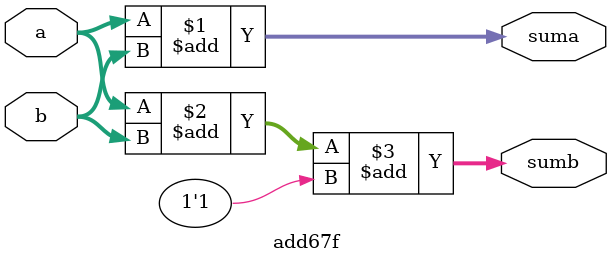
<source format=v>
module mpadder4 (
  input wire clk,
  input wire [1026:0] in_a,
  input wire [1026:0] in_b,
  output wire [1027:0] result
);

    wire [1027:0] Sum;
    wire [1026:0] MuxB;
    assign MuxB = in_b;
    
    
    wire [1027:0] sumA;
    wire [1027:64] sumB;
    
    wire [14:0] carryA;
    wire [14:1] carryB;
    
    wire carry1;
    wire carry2;
    wire carry3;
    wire carry4;
    wire carry5;
    wire carry6;
    wire carry7;
    wire carry8;
    wire carry9;
    wire carry10;
    wire carry11;
    wire carry12;
    wire carry13;
    wire carry14;
    wire carry15;
    
  assign {carryA[0],sumA[63:0]} = in_a[63:0] + MuxB[63:0];   
  //assign {carryB[0],sumB[63:0]} = 65'b0;
  add64f A2(in_a[127:64], MuxB[127:64],sumA[127:64], carryA[1], sumB[127:64], carryB[1]);
  add64f A3(in_a[191:128], MuxB[191:128],sumA[191:128], carryA[2], sumB[191:128], carryB[2]);
  add64f A4(in_a[255:192], MuxB[255:192],sumA[255:192], carryA[3], sumB[255:192], carryB[3]);
  add64f A5(in_a[319:256], MuxB[319:256],sumA[319:256], carryA[4], sumB[319:256], carryB[4]);
  add64f A6(in_a[383:320], MuxB[383:320],sumA[383:320], carryA[5], sumB[383:320], carryB[5]);
  add64f A7(in_a[447:384], MuxB[447:384],sumA[447:384], carryA[6], sumB[447:384], carryB[6]);
  add64f A8(in_a[511:448], MuxB[511:448],sumA[511:448], carryA[7], sumB[511:448], carryB[7]);
  add64f A9(in_a[575:512], MuxB[575:512],sumA[575:512], carryA[8], sumB[575:512], carryB[8]);
  add64f A10(in_a[639:576], MuxB[639:576],sumA[639:576], carryA[9], sumB[639:576], carryB[9]);
  add64f A11(in_a[703:640], MuxB[703:640],sumA[703:640], carryA[10], sumB[703:640], carryB[10]);
  add64f A12(in_a[767:704], MuxB[767:704],sumA[767:704], carryA[11], sumB[767:704], carryB[11]);
  add64f A13(in_a[831:768], MuxB[831:768],sumA[831:768], carryA[12], sumB[831:768], carryB[12]);
  add64f A14(in_a[895:832], MuxB[895:832],sumA[895:832], carryA[13], sumB[895:832], carryB[13]);
  add64f A15(in_a[959:896], MuxB[959:896],sumA[959:896], carryA[14], sumB[959:896], carryB[14]);
  add67f A16(in_a[1026:960], MuxB[1026:960],sumA[1027:960], sumB[1027:960]);
  

    


  reg [1027:0] regA;
  reg [1027:64] regB;
  reg [14:0] regcA;
  reg [14:1] regcB;
  always @(posedge clk) 
  begin
    regA <= sumA;
    regB <= sumB;
    regcA <= carryA;
    regcB <= carryB;
  end  
  
    assign carry1 = regcA[0];
    assign carry2 = carry1? regcB[1]: regcA[1];
    assign carry3 = carry2? regcB[2]: regcA[2];
    assign carry4 = carry3? regcB[3]: regcA[3];
    assign carry5 = carry4? regcB[4]: regcA[4];
    assign carry6 = carry5? regcB[5]: regcA[5];
    assign carry7 = carry6? regcB[6]: regcA[6];
    assign carry8 = carry7? regcB[7]: regcA[7];
    assign carry9 = carry8? regcB[8]: regcA[8];
    assign carry10 = carry9? regcB[9]: regcA[9];
    assign carry11 = carry10? regcB[10]: regcA[10];
    assign carry12 = carry11? regcB[11]: regcA[11];
    assign carry13 = carry12? regcB[12]: regcA[12];
    assign carry14 = carry13? regcB[13]: regcA[13];
    assign carry15 = carry14? regcB[14]: regcA[14];
  
    assign Sum[63:0] = regA[63:0];
    assign Sum[127:64] = carry1? regB[127:64]: regA[127:64];
    assign Sum[191:128] = carry2? regB[191:128]: regA[191:128];
    assign Sum[255:192] = carry3? regB[255:192]: regA[255:192];
    assign Sum[319:256] = carry4? regB[319:256]: regA[319:256];
    assign Sum[383:320] = carry5? regB[383:320]: regA[383:320];
    assign Sum[447:384] = carry6? regB[447:384]: regA[447:384];
    assign Sum[511:448] = carry7? regB[511:448]: regA[511:448];
    assign Sum[575:512] = carry8? regB[575:512]: regA[575:512];
    assign Sum[639:576] = carry9? regB[639:576]: regA[639:576];
    assign Sum[703:640] = carry10? regB[703:640]: regA[703:640];
    assign Sum[767:704] = carry11? regB[767:704]: regA[767:704];
    assign Sum[831:768] = carry12? regB[831:768]: regA[831:768];
    assign Sum[895:832] = carry13? regB[895:832]: regA[895:832];
    assign Sum[959:896] = carry14? regB[959:896]: regA[959:896];
    assign Sum[1027:960] = carry15? regB[1027:960]: regA[1027:960];
  

  assign result = Sum[1027:0];


endmodule

module add64f(
    input wire [63:0] a,
    input wire [63:0] b,
    output wire [63:0] suma,
    output wire carrya,
    output wire [63:0] sumb,
    output wire carryb
    );
    
    assign {carrya, suma} = a+b;
    assign {carryb, sumb} = a+b+1'b1;
    
    
endmodule

module add67f(
    input wire [66:0] a,
    input wire [66:0] b,
    output wire [67:0] suma,
    output wire [67:0] sumb
    );
    
    assign suma= a+b;
    assign sumb = a+b+1'b1;
    
    
endmodule

</source>
